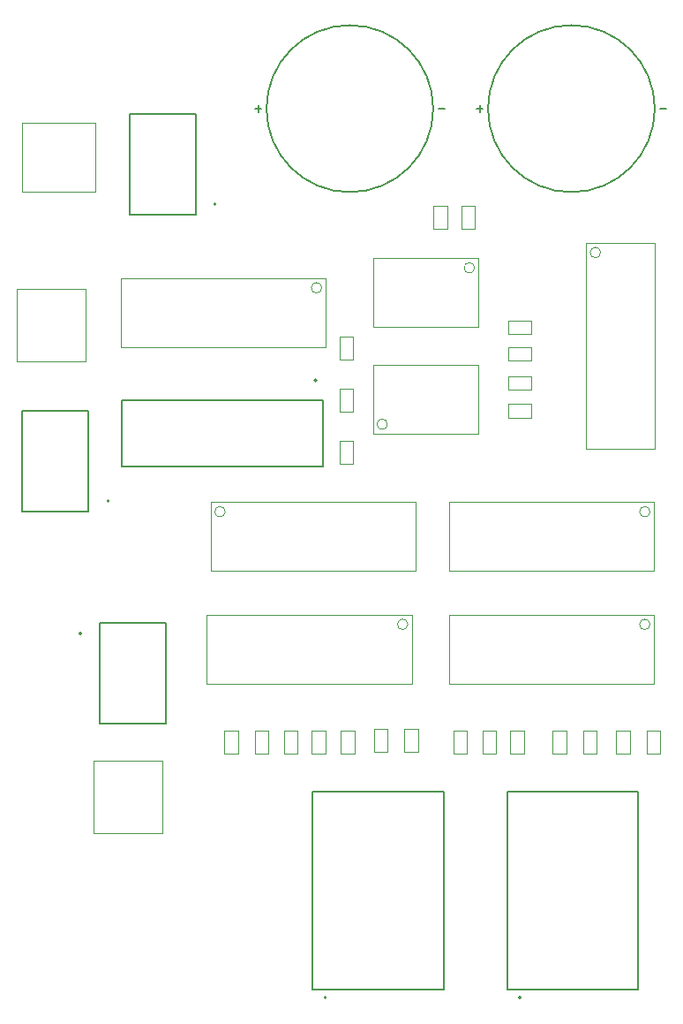
<source format=gbr>
%TF.GenerationSoftware,Altium Limited,Altium Designer,23.5.1 (21)*%
G04 Layer_Color=16711935*
%FSLAX45Y45*%
%MOMM*%
%TF.SameCoordinates,7ECB1A03-3DEC-426C-BD6E-5A7E68E82EE6*%
%TF.FilePolarity,Positive*%
%TF.FileFunction,Other,Mechanical_13*%
%TF.Part,Single*%
G01*
G75*
%TA.AperFunction,NonConductor*%
%ADD32C,0.20000*%
%ADD35C,0.12700*%
%ADD59C,0.10000*%
D32*
X3256700Y6056700D02*
G03*
X3256700Y6056700I-10000J0D01*
G01*
X1266100Y4902200D02*
G03*
X1266100Y4902200I-10000J0D01*
G01*
X3350100Y143400D02*
G03*
X3350100Y143400I-10000J0D01*
G01*
X5217000D02*
G03*
X5217000Y143400I-10000J0D01*
G01*
X1001800Y3632200D02*
G03*
X1001800Y3632200I-10000J0D01*
G01*
X2291500Y7747000D02*
G03*
X2291500Y7747000I-10000J0D01*
G01*
D35*
X4376700Y8661400D02*
G03*
X4376700Y8661400I-800000J0D01*
G01*
X6502300D02*
G03*
X6502300Y8661400I-800000J0D01*
G01*
X1392450Y5235700D02*
X3322950D01*
X1392450Y5870700D02*
X3322950D01*
X1392450Y5235700D02*
Y5870700D01*
X3322950Y5235700D02*
Y5870700D01*
X435100Y4803700D02*
Y5762700D01*
X1070100Y4803700D02*
Y5762700D01*
X435100D02*
X1070100D01*
X435100Y4803700D02*
X1070100D01*
X3218100Y218400D02*
X4478100D01*
Y2118400D01*
X3218100D02*
X4478100D01*
X3218100Y218400D02*
Y2118400D01*
X5085000Y218400D02*
X6345000D01*
Y2118400D01*
X5085000D02*
X6345000D01*
X5085000Y218400D02*
Y2118400D01*
X1812800Y2771700D02*
Y3730700D01*
X1177800Y2771700D02*
Y3730700D01*
Y2771700D02*
X1812800D01*
X1177800Y3730700D02*
X1812800D01*
X1460500Y7648500D02*
Y8607500D01*
X2095500Y7648500D02*
Y8607500D01*
X1460500D02*
X2095500D01*
X1460500Y7648500D02*
X2095500D01*
X4426700Y8661400D02*
X4486700D01*
X2666700D02*
X2726700D01*
X2696700Y8631400D02*
Y8691400D01*
X6552300Y8661400D02*
X6612300D01*
X4792300D02*
X4852300D01*
X4822300Y8631400D02*
Y8691400D01*
D59*
X6456800Y3719800D02*
G03*
X6456800Y3719800I-50000J0D01*
G01*
X2380800Y4799300D02*
G03*
X2380800Y4799300I-50000J0D01*
G01*
X4132700Y3719800D02*
G03*
X4132700Y3719800I-50000J0D01*
G01*
X3307200Y6945600D02*
G03*
X3307200Y6945600I-50000J0D01*
G01*
X5982200Y7283100D02*
G03*
X5982200Y7283100I-50000J0D01*
G01*
X6456800Y4799300D02*
G03*
X6456800Y4799300I-50000J0D01*
G01*
X3937800Y5637225D02*
G03*
X3937800Y5637225I-50000J0D01*
G01*
X4772800Y7136100D02*
G03*
X4772800Y7136100I-50000J0D01*
G01*
X4526800Y3809800D02*
X6496800D01*
X4526800Y3149800D02*
X6496800D01*
Y3809800D01*
X4526800Y3149800D02*
Y3809800D01*
X4210800Y4229300D02*
Y4889300D01*
X2240800Y4229300D02*
Y4889300D01*
Y4229300D02*
X4210800D01*
X2240800Y4889300D02*
X4210800D01*
X2202700Y3809800D02*
X4172700D01*
X2202700Y3149800D02*
X4172700D01*
Y3809800D01*
X2202700Y3149800D02*
Y3809800D01*
X5097000Y5698300D02*
X5317000D01*
X5097000Y5833300D02*
X5317000D01*
Y5698300D02*
Y5833300D01*
X5097000Y5698300D02*
Y5833300D01*
X1377200Y7035600D02*
X3347200D01*
X1377200Y6375600D02*
X3347200D01*
Y7035600D01*
X1377200Y6375600D02*
Y7035600D01*
X4568000Y2700800D02*
X4703000D01*
X4568000Y2480800D02*
X4703000D01*
Y2700800D01*
X4568000Y2480800D02*
Y2700800D01*
X4847400D02*
X4982400D01*
X4847400Y2480800D02*
X4982400D01*
Y2700800D01*
X4847400Y2480800D02*
Y2700800D01*
X5114100D02*
X5249100D01*
X5114100Y2480800D02*
X5249100D01*
Y2700800D01*
X5114100Y2480800D02*
Y2700800D01*
X5812600D02*
X5947600D01*
X5812600Y2480800D02*
X5947600D01*
Y2700800D01*
X5812600Y2480800D02*
Y2700800D01*
X5520500D02*
X5655500D01*
X5520500Y2480800D02*
X5655500D01*
Y2700800D01*
X5520500Y2480800D02*
Y2700800D01*
X3475800Y5481000D02*
X3610800D01*
X3475800Y5261000D02*
X3610800D01*
Y5481000D01*
X3475800Y5261000D02*
Y5481000D01*
Y5977400D02*
X3610800D01*
X3475800Y5757400D02*
X3610800D01*
Y5977400D01*
X3475800Y5757400D02*
Y5977400D01*
Y6472700D02*
X3610800D01*
X3475800Y6252700D02*
X3610800D01*
Y6472700D01*
X3475800Y6252700D02*
Y6472700D01*
X381200Y6937300D02*
X1041200D01*
X381200Y6238300D02*
X1041200D01*
X381200D02*
Y6937300D01*
X1041200Y6238300D02*
Y6937300D01*
X1133400Y7861500D02*
Y8521500D01*
X434400Y7861500D02*
Y8521500D01*
X1133400D01*
X434400Y7861500D02*
X1133400D01*
X1117800Y2416100D02*
X1777800D01*
X1117800Y1717100D02*
X1777800D01*
X1117800D02*
Y2416100D01*
X1777800Y1717100D02*
Y2416100D01*
X5842200Y5403100D02*
Y7373100D01*
X6502200Y5403100D02*
Y7373100D01*
X5842200D02*
X6502200D01*
X5842200Y5403100D02*
X6502200D01*
X4526800Y4889300D02*
X6496800D01*
X4526800Y4229300D02*
X6496800D01*
Y4889300D01*
X4526800Y4229300D02*
Y4889300D01*
X5096900Y6244400D02*
Y6379400D01*
X5316900Y6244400D02*
Y6379400D01*
X5096900D02*
X5316900D01*
X5096900Y6244400D02*
X5316900D01*
X5096900Y6498400D02*
Y6633400D01*
X5316900Y6498400D02*
Y6633400D01*
X5096900D02*
X5316900D01*
X5096900Y6498400D02*
X5316900D01*
X4812800Y5547225D02*
Y6207226D01*
X3797800Y5547225D02*
Y6207226D01*
X4812800D01*
X3797800Y5547225D02*
X4812800D01*
X4644200Y7730000D02*
X4779200D01*
X4644200Y7510000D02*
X4779200D01*
Y7730000D01*
X4644200Y7510000D02*
Y7730000D01*
X4377500D02*
X4512500D01*
X4377500Y7510000D02*
X4512500D01*
Y7730000D01*
X4377500Y7510000D02*
Y7730000D01*
X3797800Y6566100D02*
Y7226100D01*
X4812800Y6566100D02*
Y7226100D01*
X3797800Y6566100D02*
X4812800D01*
X3797800Y7226100D02*
X4812800D01*
X5317000Y5965000D02*
Y6100000D01*
X5097000Y5965000D02*
Y6100000D01*
Y5965000D02*
X5317000D01*
X5097000Y6100000D02*
X5317000D01*
X6422200Y2700800D02*
X6557200D01*
X6422200Y2480800D02*
X6557200D01*
Y2700800D01*
X6422200Y2480800D02*
Y2700800D01*
X6130100D02*
X6265100D01*
X6130100Y2480800D02*
X6265100D01*
Y2700800D01*
X6130100Y2480800D02*
Y2700800D01*
X3209100Y2700900D02*
X3344100D01*
X3209100Y2480900D02*
X3344100D01*
Y2700900D01*
X3209100Y2480900D02*
Y2700900D01*
X2370900D02*
X2505900D01*
X2370900Y2480900D02*
X2505900D01*
Y2700900D01*
X2370900Y2480900D02*
Y2700900D01*
X2663000D02*
X2798000D01*
X2663000Y2480900D02*
X2798000D01*
Y2700900D01*
X2663000Y2480900D02*
Y2700900D01*
X2942400D02*
X3077400D01*
X2942400Y2480900D02*
X3077400D01*
Y2700900D01*
X2942400Y2480900D02*
Y2700900D01*
X3806000Y2713500D02*
X3941000D01*
X3806000Y2493500D02*
X3941000D01*
Y2713500D01*
X3806000Y2493500D02*
Y2713500D01*
X4098100D02*
X4233100D01*
X4098100Y2493500D02*
X4233100D01*
Y2713500D01*
X4098100Y2493500D02*
Y2713500D01*
X3488500Y2700800D02*
X3623500D01*
X3488500Y2480800D02*
X3623500D01*
Y2700800D01*
X3488500Y2480800D02*
Y2700800D01*
%TF.MD5,9c09ec69a69e03c1d9f338c0fd3355f4*%
M02*

</source>
